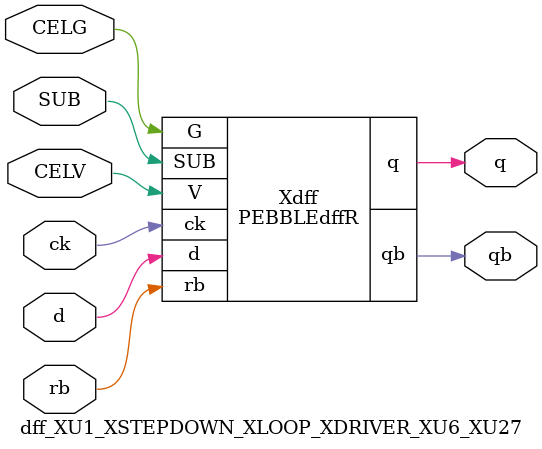
<source format=v>



module PEBBLEdffR ( q, qb, G, SUB, V, ck, d, rb );

  input V;
  output q;
  input rb;
  input d;
  input G;
  input ck;
  input SUB;
  output qb;
endmodule

//Celera Confidential Do Not Copy dff_XU1_XSTEPDOWN_XLOOP_XDRIVER_XU6_XU27
//Celera Confidential Symbol Generator
//DFF latch
module dff_XU1_XSTEPDOWN_XLOOP_XDRIVER_XU6_XU27 (CELV,CELG,d,rb,ck,q,qb,SUB );
input CELV;
input CELG;
input d;
input rb;
input ck;
input SUB;
output q;
output qb;

//Celera Confidential Do Not Copy dff
PEBBLEdffR Xdff(
.V (CELV),
.d (d),
.rb (rb),
.ck (ck),
.q (q),
.qb (qb),
.SUB (SUB),
.G (CELG)
);
//,diesize,PEBBLEdffR

//Celera Confidential Do Not Copy Module End
//Celera Schematic Generator
endmodule

</source>
